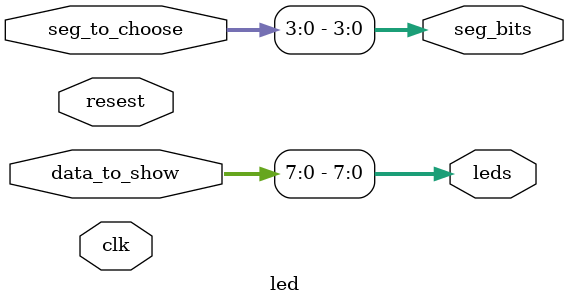
<source format=v>
module led (    
    input clk,resest,
    input [31:0] data_to_show,
    input  [31:0] seg_to_choose,
    output wire [7:0] leds,
    output wire [3:0]  seg_bits);
    
  assign leds=data_to_show[7:0];
  assign seg_bits=seg_to_choose[3:0];
  
  endmodule
</source>
